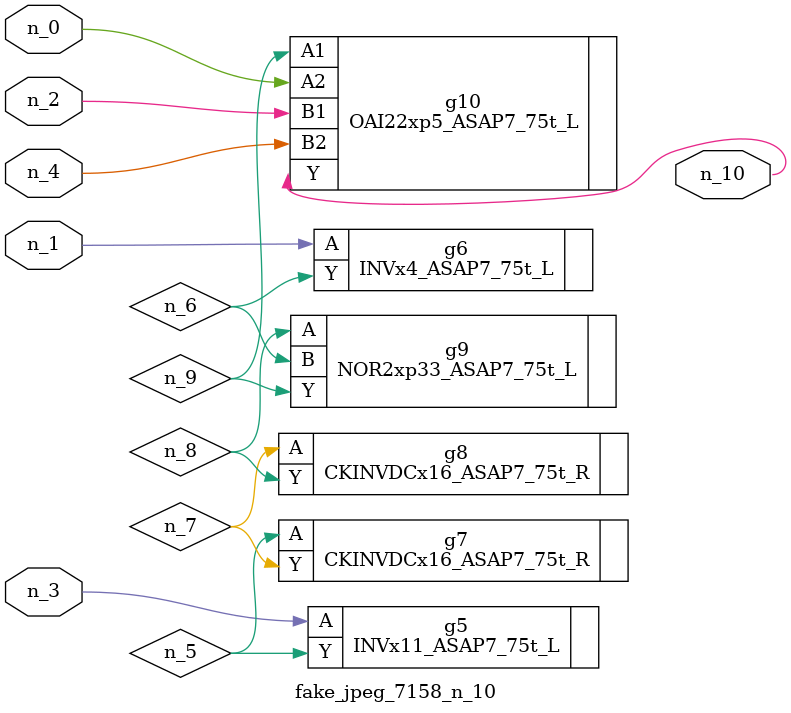
<source format=v>
module fake_jpeg_7158_n_10 (n_3, n_2, n_1, n_0, n_4, n_10);

input n_3;
input n_2;
input n_1;
input n_0;
input n_4;

output n_10;

wire n_8;
wire n_9;
wire n_6;
wire n_5;
wire n_7;

INVx11_ASAP7_75t_L g5 ( 
.A(n_3),
.Y(n_5)
);

INVx4_ASAP7_75t_L g6 ( 
.A(n_1),
.Y(n_6)
);

CKINVDCx16_ASAP7_75t_R g7 ( 
.A(n_5),
.Y(n_7)
);

CKINVDCx16_ASAP7_75t_R g8 ( 
.A(n_7),
.Y(n_8)
);

NOR2xp33_ASAP7_75t_L g9 ( 
.A(n_8),
.B(n_6),
.Y(n_9)
);

OAI22xp5_ASAP7_75t_L g10 ( 
.A1(n_9),
.A2(n_0),
.B1(n_2),
.B2(n_4),
.Y(n_10)
);


endmodule
</source>
